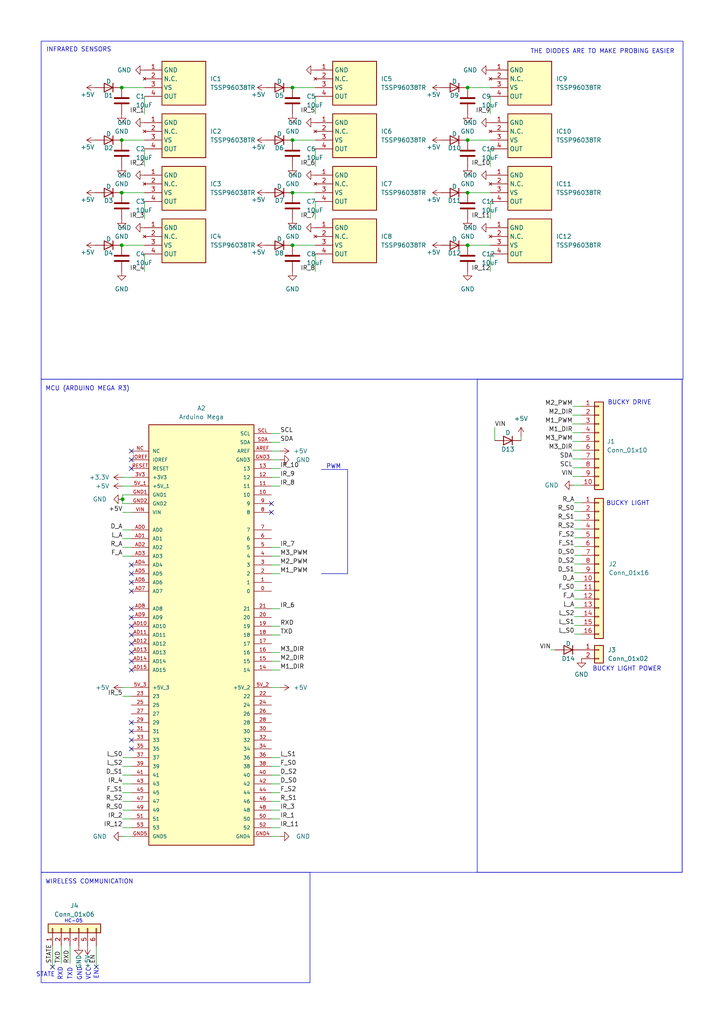
<source format=kicad_sch>
(kicad_sch (version 20231120) (generator "eeschema") (generator_version "8.0")
  (paper "A4" portrait)
  (title_block (title "BUCKY MAIN") (date "2024-05-07") (rev "V1") (company "koen1711"))
  (junction (at 35.306 25.4))
  (junction (at 84.836 71.12))
  (junction (at 135.636 71.12))
  (junction (at 35.306 55.88))
  (junction (at 35.306 40.64))
  (junction (at 84.836 40.64))
  (junction (at 84.836 55.88))
  (junction (at 35.306 71.12))
  (junction (at 135.636 40.64))
  (junction (at 135.636 25.4))
  (junction (at 35.56 144.78))
  (junction (at 84.836 25.4))
  (junction (at 135.636 55.88))
  (no_connect (at 38.1 214.63))
  (no_connect (at 38.1 166.37))
  (no_connect (at 38.1 217.17))
  (no_connect (at 38.1 176.53))
  (no_connect (at 78.74 146.05))
  (no_connect (at 38.1 179.07))
  (no_connect (at 38.1 209.55))
  (no_connect (at 38.1 194.31))
  (no_connect (at 78.74 148.59))
  (no_connect (at 38.1 133.35))
  (no_connect (at 38.1 171.45))
  (no_connect (at 38.1 168.91))
  (no_connect (at 27.94 280.416))
  (no_connect (at 38.1 130.81))
  (no_connect (at 38.1 184.15))
  (no_connect (at 38.1 135.89))
  (no_connect (at 38.1 163.83))
  (no_connect (at 38.1 212.09))
  (no_connect (at 38.1 181.61))
  (no_connect (at 38.1 186.69))
  (no_connect (at 38.1 191.77))
  (no_connect (at 38.1 189.23))
  (no_connect (at 15.24 280.416))
  (wire (pts (xy 35.56 153.67) (xy 38.1 153.67)))
  (wire (pts (xy 35.306 71.12) (xy 41.91 71.12)))
  (wire (pts (xy 91.44 58.42) (xy 91.44 63.5)))
  (wire (pts (xy 35.306 25.4) (xy 41.91 25.4)))
  (wire (pts (xy 166.116 138.176) (xy 168.656 138.176)))
  (wire (pts (xy 78.74 237.49) (xy 81.28 237.49)))
  (wire (pts (xy 84.836 55.88) (xy 91.44 55.88)))
  (wire (pts (xy 166.116 133.096) (xy 168.656 133.096)))
  (wire (pts (xy 38.1 232.41) (xy 35.56 232.41)))
  (wire (pts (xy 35.56 158.75) (xy 38.1 158.75)))
  (wire (pts (xy 78.74 232.41) (xy 81.28 232.41)))
  (wire (pts (xy 78.74 140.97) (xy 81.28 140.97)))
  (wire (pts (xy 142.24 43.18) (xy 142.24 48.26)))
  (wire (pts (xy 135.636 55.88) (xy 142.24 55.88)))
  (wire (pts (xy 78.74 176.53) (xy 81.28 176.53)))
  (wire (pts (xy 78.74 199.39) (xy 81.28 199.39)))
  (wire (pts (xy 27.94 274.32) (xy 27.94 280.416)))
  (wire (pts (xy 142.24 58.42) (xy 142.24 63.5)))
  (wire (pts (xy 91.44 43.18) (xy 91.44 48.26)))
  (wire (pts (xy 166.116 130.556) (xy 168.656 130.556)))
  (wire (pts (xy 38.1 234.95) (xy 35.56 234.95)))
  (wire (pts (xy 15.24 274.32) (xy 15.24 280.416)))
  (wire (pts (xy 38.1 201.93) (xy 35.56 201.93)))
  (wire (pts (xy 38.1 240.03) (xy 35.56 240.03)))
  (wire (pts (xy 35.56 146.05) (xy 38.1 146.05)))
  (polyline (pts (xy 100.838 136.144) (xy 100.838 166.37)))
  (wire (pts (xy 78.74 222.25) (xy 81.28 222.25)))
  (polyline (pts (xy 100.838 166.37) (xy 93.218 166.37)))
  (wire (pts (xy 78.74 128.27) (xy 81.28 128.27)))
  (wire (pts (xy 151.13 126.492) (xy 151.13 127.762)))
  (wire (pts (xy 78.74 191.77) (xy 81.28 191.77)))
  (wire (pts (xy 143.51 123.952) (xy 143.51 127.762)))
  (wire (pts (xy 166.37 140.716) (xy 168.656 140.716)))
  (wire (pts (xy 166.116 120.396) (xy 168.656 120.396)))
  (wire (pts (xy 159.766 188.468) (xy 161.036 188.468)))
  (wire (pts (xy 78.74 224.79) (xy 81.28 224.79)))
  (wire (pts (xy 168.656 173.736) (xy 166.624 173.736)))
  (wire (pts (xy 38.1 229.87) (xy 35.56 229.87)))
  (wire (pts (xy 135.636 71.12) (xy 142.24 71.12)))
  (wire (pts (xy 78.74 125.73) (xy 81.28 125.73)))
  (wire (pts (xy 78.74 219.71) (xy 81.28 219.71)))
  (wire (pts (xy 168.656 161.036) (xy 166.624 161.036)))
  (wire (pts (xy 78.74 194.31) (xy 81.28 194.31)))
  (wire (pts (xy 91.44 73.66) (xy 91.44 78.74)))
  (wire (pts (xy 35.56 148.59) (xy 38.1 148.59)))
  (wire (pts (xy 35.306 55.88) (xy 41.91 55.88)))
  (wire (pts (xy 35.56 144.78) (xy 35.56 146.05)))
  (wire (pts (xy 81.28 166.37) (xy 78.74 166.37)))
  (wire (pts (xy 168.656 163.576) (xy 166.624 163.576)))
  (wire (pts (xy 168.656 153.416) (xy 166.624 153.416)))
  (wire (pts (xy 78.74 138.43) (xy 81.28 138.43)))
  (wire (pts (xy 38.1 199.39) (xy 35.56 199.39)))
  (wire (pts (xy 78.74 240.03) (xy 81.28 240.03)))
  (wire (pts (xy 41.91 73.66) (xy 41.91 78.74)))
  (wire (pts (xy 168.656 168.656) (xy 166.624 168.656)))
  (wire (pts (xy 35.56 143.51) (xy 35.56 144.78)))
  (wire (pts (xy 168.656 176.276) (xy 166.624 176.276)))
  (wire (pts (xy 35.56 242.57) (xy 38.1 242.57)))
  (wire (pts (xy 84.836 40.64) (xy 91.44 40.64)))
  (wire (pts (xy 20.32 274.32) (xy 20.32 279.4)))
  (wire (pts (xy 38.1 138.43) (xy 35.56 138.43)))
  (wire (pts (xy 78.74 227.33) (xy 81.28 227.33)))
  (wire (pts (xy 168.656 178.816) (xy 166.624 178.816)))
  (wire (pts (xy 166.116 128.016) (xy 168.656 128.016)))
  (wire (pts (xy 168.656 183.896) (xy 166.624 183.896)))
  (wire (pts (xy 168.656 181.356) (xy 166.624 181.356)))
  (wire (pts (xy 78.74 181.61) (xy 81.28 181.61)))
  (wire (pts (xy 38.1 219.71) (xy 35.56 219.71)))
  (wire (pts (xy 142.24 73.66) (xy 142.24 78.74)))
  (wire (pts (xy 78.74 189.23) (xy 81.28 189.23)))
  (wire (pts (xy 38.1 227.33) (xy 35.56 227.33)))
  (wire (pts (xy 166.116 135.636) (xy 168.656 135.636)))
  (wire (pts (xy 41.91 27.94) (xy 41.91 33.02)))
  (wire (pts (xy 38.1 237.49) (xy 35.56 237.49)))
  (wire (pts (xy 166.624 148.336) (xy 168.656 148.336)))
  (wire (pts (xy 78.74 135.89) (xy 81.28 135.89)))
  (wire (pts (xy 78.74 158.75) (xy 81.28 158.75)))
  (wire (pts (xy 142.24 27.94) (xy 142.24 33.02)))
  (wire (pts (xy 166.116 125.476) (xy 168.656 125.476)))
  (wire (pts (xy 78.74 229.87) (xy 81.28 229.87)))
  (wire (pts (xy 35.56 143.51) (xy 38.1 143.51)))
  (wire (pts (xy 168.656 171.196) (xy 166.624 171.196)))
  (wire (pts (xy 41.91 58.42) (xy 41.91 63.5)))
  (wire (pts (xy 78.74 234.95) (xy 81.28 234.95)))
  (wire (pts (xy 38.1 224.79) (xy 35.56 224.79)))
  (wire (pts (xy 91.44 27.94) (xy 91.44 33.02)))
  (wire (pts (xy 17.78 274.32) (xy 17.78 279.4)))
  (wire (pts (xy 166.624 145.796) (xy 168.656 145.796)))
  (wire (pts (xy 78.74 184.15) (xy 81.28 184.15)))
  (wire (pts (xy 81.28 163.83) (xy 78.74 163.83)))
  (wire (pts (xy 35.306 40.64) (xy 41.91 40.64)))
  (wire (pts (xy 135.636 25.4) (xy 142.24 25.4)))
  (polyline (pts (xy 93.218 136.144) (xy 100.838 136.144)))
  (wire (pts (xy 41.91 43.18) (xy 41.91 48.26)))
  (wire (pts (xy 35.56 161.29) (xy 38.1 161.29)))
  (wire (pts (xy 84.836 71.12) (xy 91.44 71.12)))
  (wire (pts (xy 166.116 122.936) (xy 168.656 122.936)))
  (wire (pts (xy 84.836 25.4) (xy 91.44 25.4)))
  (wire (pts (xy 135.636 40.64) (xy 142.24 40.64)))
  (wire (pts (xy 81.28 242.57) (xy 78.74 242.57)))
  (wire (pts (xy 81.28 133.35) (xy 78.74 133.35)))
  (wire (pts (xy 38.1 140.97) (xy 35.56 140.97)))
  (wire (pts (xy 78.74 130.81) (xy 81.28 130.81)))
  (wire (pts (xy 81.28 161.29) (xy 78.74 161.29)))
  (wire (pts (xy 168.656 155.956) (xy 166.624 155.956)))
  (wire (pts (xy 168.656 158.496) (xy 166.624 158.496)))
  (wire (pts (xy 166.116 117.856) (xy 168.656 117.856)))
  (wire (pts (xy 35.56 156.21) (xy 38.1 156.21)))
  (wire (pts (xy 166.624 150.876) (xy 168.656 150.876)))
  (wire (pts (xy 168.656 166.116) (xy 166.624 166.116)))
  (wire (pts (xy 38.1 222.25) (xy 35.56 222.25)))
  (rectangle (start 11.938 11.938) (end 198.12 109.982))
  (rectangle (start 138.43 109.982) (end 197.866 252.984))
  (rectangle (start 11.938 109.982) (end 197.866 252.984))
  (rectangle (start 11.938 252.984) (end 89.916 284.988))
  (text "HC-05\n" (at 21.336 267.208 0) (effects (font (size 1 1))))
  (text "VCC\n" (at 25.654 282.448 90) (effects (font (size 1.27 1.27))))
  (text "TXD\n" (at 20.32 282.448 90) (effects (font (size 1.27 1.27))))
  (text "EN\n" (at 27.94 282.702 90) (effects (font (size 1.27 1.27))))
  (text "BUCKY LIGHT POWER\n\n" (at 181.864 195.072 0) (effects (font (size 1.27 1.27))))
  (text "WIRELESS COMMUNICATION" (at 25.908 255.778 0) (effects (font (size 1.27 1.27))))
  (text "STATE" (at 13.208 282.702 0) (effects (font (size 1.27 1.27))))
  (text "THE DIODES ARE TO MAKE PROBING EASIER\n" (at 174.752 14.986 0) (effects (font (size 1.27 1.27))))
  (text "BUCKY DRIVE\n\n" (at 182.626 117.856 0) (effects (font (size 1.27 1.27))))
  (text "PWM\n" (at 96.774 135.382 0) (effects (font (size 1.27 1.27))))
  (text "BUCKY LIGHT\n" (at 182.118 146.05 0) (effects (font (size 1.27 1.27))))
  (text "RXD\n" (at 17.526 282.448 90) (effects (font (size 1.27 1.27))))
  (text "GND" (at 23.114 282.448 90) (effects (font (size 1.27 1.27))))
  (text "INFRARED SENSORS\n" (at 22.86 14.478 0) (effects (font (size 1.27 1.27))))
  (text "MCU (ARDUINO MEGA R3)\n" (at 25.4 112.776 0) (effects (font (size 1.27 1.27))))
  (label "R_A" (at 166.624 145.796 180))
  (label "L_S2" (at 166.624 178.816 180))
  (label "+5V" (at 35.56 148.59 180))
  (label "EN" (at 27.94 279.4 90))
  (label "L_S0" (at 35.56 219.71 180))
  (label "IR_12" (at 35.56 240.03 180))
  (label "R_S2" (at 166.624 153.416 180))
  (label "IR_9" (at 142.24 33.02 180))
  (label "D_A" (at 35.56 153.67 180))
  (label "R_S2" (at 35.56 232.41 180))
  (label "SCL" (at 81.28 125.73 0))
  (label "IR_8" (at 81.28 140.97 0))
  (label "IR_3" (at 41.91 63.5 180))
  (label "M1_PWM" (at 166.116 122.936 180))
  (label "L_A" (at 166.624 176.276 180))
  (label "F_S1" (at 166.624 158.496 180))
  (label "F_A" (at 35.56 161.29 180))
  (label "IR_5" (at 35.56 201.93 180))
  (label "M2_PWM" (at 81.28 163.83 0))
  (label "IR_4" (at 35.56 227.33 180))
  (label "L_S0" (at 166.624 183.896 180))
  (label "L_S2" (at 35.56 222.25 180))
  (label "IR_6" (at 81.28 176.53 0))
  (label "IR_1" (at 41.91 33.02 180))
  (label "IR_11" (at 81.28 240.03 0))
  (label "M3_PWM" (at 166.116 128.016 180))
  (label "M1_PWM" (at 81.28 166.37 0))
  (label "F_S2" (at 166.624 155.956 180))
  (label "M3_DIR" (at 166.116 130.556 180))
  (label "D_A" (at 166.624 168.656 180))
  (label "L_S1" (at 166.624 181.356 180))
  (label "R_S0" (at 166.624 148.336 180))
  (label "IR_10" (at 142.24 48.26 180))
  (label "D_S2" (at 166.624 163.576 180))
  (label "VIN" (at 159.766 188.468 180))
  (label "SDA" (at 166.116 133.096 180))
  (label "IR_5" (at 91.44 33.02 180))
  (label "D_S0" (at 166.624 161.036 180))
  (label "M1_DIR" (at 166.116 125.476 180))
  (label "M3_PWM" (at 81.28 161.29 0))
  (label "M2_DIR" (at 166.116 120.396 180))
  (label "M2_PWM" (at 166.116 117.856 180))
  (label "M3_DIR" (at 81.28 189.23 0))
  (label "RXD" (at 20.32 279.4 90))
  (label "IR_10" (at 81.28 135.89 0))
  (label "TXD" (at 81.28 184.15 0))
  (label "SCL" (at 166.116 135.636 180))
  (label "R_S1" (at 81.28 232.41 0))
  (label "F_S0" (at 166.624 171.196 180))
  (label "F_S0" (at 81.28 222.25 0))
  (label "VIN" (at 166.116 138.176 180))
  (label "L_A" (at 35.56 156.21 180))
  (label "IR_1" (at 81.28 237.49 0))
  (label "TXD" (at 17.78 279.4 90))
  (label "RXD" (at 81.28 181.61 0))
  (label "SDA" (at 81.28 128.27 0))
  (label "M2_DIR" (at 81.28 191.77 0))
  (label "R_S0" (at 35.56 234.95 180))
  (label "IR_9" (at 81.28 138.43 0))
  (label "IR_6" (at 91.44 48.26 180))
  (label "STATE" (at 15.24 279.4 90))
  (label "L_S1" (at 81.28 219.71 0))
  (label "D_S0" (at 81.28 227.33 0))
  (label "IR_7" (at 81.28 158.75 0))
  (label "IR_2" (at 41.91 48.26 180))
  (label "IR_2" (at 35.56 237.49 180))
  (label "F_A" (at 166.624 173.736 180))
  (label "R_A" (at 35.56 158.75 180))
  (label "D_S2" (at 81.28 224.79 0))
  (label "IR_4" (at 41.91 78.74 180))
  (label "R_S1" (at 166.624 150.876 180))
  (label "IR_7" (at 91.44 63.5 180))
  (label "IR_8" (at 91.44 78.74 180))
  (label "F_S1" (at 35.56 229.87 180))
  (label "IR_12" (at 142.24 78.74 180))
  (label "D_S1" (at 166.624 166.116 180))
  (label "IR_3" (at 81.28 234.95 0))
  (label "IR_11" (at 142.24 63.5 180))
  (label "D_S1" (at 35.56 224.79 180))
  (label "F_S2" (at 81.28 229.87 0))
  (label "VIN" (at 143.51 123.952 0))
  (label "M1_DIR" (at 81.28 194.31 0))
  (symbol (lib_name "GND_3") (lib_id "power:GND") (at 166.37 140.716 270) (unit 1)
    (property "Reference" "#PWR030" (effects (hide yes)))
    (property "Value" "GND" (at 162.052 140.7159 90) (effects (justify right)))
    (property "Description" "Power symbol creates a global label with name \"GND\" , ground" (effects (hide yes)))
  )
  (symbol (lib_id "BUCKY_MAIN:TSSP96038TR") (at 41.91 50.8 0) (unit 1)
    (property "Reference" "IC3" (at 60.96 53.3399 0) (effects (justify left)))
    (property "Value" "TSSP96038TR" (at 60.96 55.8799 0) (effects (justify left)))
    (property "Footprint" "BUCKY_MAIN:TSSP96038" (effects (hide yes)))
    (property "Datasheet" "https://www.mouser.co.uk/datasheet/2/427/tssp960-1605022.pdf" (effects (hide yes)))
    (property "Description" "Infrared Receivers PANHEAD - 38KHZ - CYLENE" (effects (hide yes)))
    (property "Height" "4" (effects (hide yes)))
    (property "Mouser Part Number" "78-TSSP96038TR" (effects (hide yes)))
    (property "Mouser Price/Stock" "https://www.mouser.co.uk/ProductDetail/Vishay-Semiconductors/TSSP96038TR?qs=PzGy0jfpSMukZE3y3LySFw%3D%3D" (effects (hide yes)))
    (property "Manufacturer_Name" "Vishay" (effects (hide yes)))
    (property "Manufacturer_Part_Number" "TSSP96038TR" (effects (hide yes)))
  )
  (symbol (lib_id "power:GND") (at 35.306 63.5 0) (unit 1)
    (property "Reference" "#PWR041" (effects (hide yes)))
    (property "Value" "GND" (at 35.306 68.58 0))
    (property "Description" "Power symbol creates a global label with name \"GND\" , ground" (effects (hide yes)))
  )
  (symbol (lib_id "Device:C") (at 84.836 74.93 180) (unit 1)
    (property "Reference" "C8" (at 88.9 73.6599 0) (effects (justify right)))
    (property "Value" "10uF" (at 88.9 76.1999 0) (effects (justify right)))
    (property "Footprint" "Capacitor_SMD:C_0603_1608Metric" (effects (hide yes)))
    (property "Description" "Unpolarized capacitor" (effects (hide yes)))
  )
  (symbol (lib_name "GND_2") (lib_id "power:GND") (at 81.28 242.57 90) (unit 1)
    (property "Reference" "#PWR029" (effects (hide yes)))
    (property "Value" "GND" (at 85.852 242.5699 90) (effects (justify right)))
    (property "Description" "Power symbol creates a global label with name \"GND\" , ground" (effects (hide yes)))
  )
  (symbol (lib_id "BUCKY_MAIN:TSSP96038TR") (at 41.91 66.04 0) (unit 1)
    (property "Reference" "IC4" (at 60.96 68.5799 0) (effects (justify left)))
    (property "Value" "TSSP96038TR" (at 60.96 71.1199 0) (effects (justify left)))
    (property "Footprint" "BUCKY_MAIN:TSSP96038" (effects (hide yes)))
    (property "Datasheet" "https://www.mouser.co.uk/datasheet/2/427/tssp960-1605022.pdf" (effects (hide yes)))
    (property "Description" "Infrared Receivers PANHEAD - 38KHZ - CYLENE" (effects (hide yes)))
    (property "Height" "4" (effects (hide yes)))
    (property "Mouser Part Number" "78-TSSP96038TR" (effects (hide yes)))
    (property "Mouser Price/Stock" "https://www.mouser.co.uk/ProductDetail/Vishay-Semiconductors/TSSP96038TR?qs=PzGy0jfpSMukZE3y3LySFw%3D%3D" (effects (hide yes)))
    (property "Manufacturer_Name" "Vishay" (effects (hide yes)))
    (property "Manufacturer_Part_Number" "TSSP96038TR" (effects (hide yes)))
  )
  (symbol (lib_name "GND_1") (lib_id "power:GND") (at 91.44 66.04 270) (unit 1)
    (property "Reference" "#PWR07" (effects (hide yes)))
    (property "Value" "GND" (at 87.63 66.0399 90) (effects (justify right)))
    (property "Description" "Power symbol creates a global label with name \"GND\" , ground" (effects (hide yes)))
  )
  (symbol (lib_id "Device:C") (at 135.636 44.45 180) (unit 1)
    (property "Reference" "C10" (at 139.7 43.1799 0) (effects (justify right)))
    (property "Value" "10uF" (at 139.7 45.7199 0) (effects (justify right)))
    (property "Footprint" "Capacitor_SMD:C_0603_1608Metric" (effects (hide yes)))
    (property "Description" "Unpolarized capacitor" (effects (hide yes)))
  )
  (symbol (lib_name "+5V_1") (lib_id "power:+5V") (at 27.686 25.4 90) (unit 1)
    (property "Reference" "#PWR013" (effects (hide yes)))
    (property "Value" "+5V" (at 27.432 27.432 90) (effects (justify left)))
    (property "Description" "Power symbol creates a global label with name \"+5V\"" (effects (hide yes)))
  )
  (symbol (lib_name "GND_1") (lib_id "power:GND") (at 41.91 66.04 270) (unit 1)
    (property "Reference" "#PWR015" (effects (hide yes)))
    (property "Value" "GND" (at 38.1 66.0399 90) (effects (justify right)))
    (property "Description" "Power symbol creates a global label with name \"GND\" , ground" (effects (hide yes)))
  )
  (symbol (lib_id "Connector_Generic:Conn_01x10") (at 173.736 128.016 0) (unit 1)
    (property "Reference" "J1" (at 176.022 128.0159 0) (effects (justify left)))
    (property "Value" "Conn_01x10" (at 176.022 130.5559 0) (effects (justify left)))
    (property "Footprint" "BUCKY_MAIN:CONN10_S10B-PH_JST" (effects (hide yes)))
    (property "Datasheet" "https://www.digikey.nl/nl/products/detail/jst-sales-america-inc/S10B-PH-SM4-TB/926663" (effects (hide yes)))
    (property "Description" "Generic connector, single row, 01x10, script generated (kicad-library-utils/schlib/autogen/connector/)" (effects (hide yes)))
  )
  (symbol (lib_name "+5V_1") (lib_id "power:+5V") (at 27.686 40.64 90) (unit 1)
    (property "Reference" "#PWR016" (effects (hide yes)))
    (property "Value" "+5V" (at 27.432 42.672 90) (effects (justify left)))
    (property "Description" "Power symbol creates a global label with name \"+5V\"" (effects (hide yes)))
  )
  (symbol (lib_name "+3.3V_1") (lib_id "power:+3.3V") (at 35.56 138.43 90) (unit 1)
    (property "Reference" "#PWR01" (effects (hide yes)))
    (property "Value" "+3.3V" (at 31.75 138.4299 90) (effects (justify left)))
    (property "Description" "Power symbol creates a global label with name \"+3.3V\"" (effects (hide yes)))
  )
  (symbol (lib_name "+5V_1") (lib_id "power:+5V") (at 77.216 55.88 90) (unit 1)
    (property "Reference" "#PWR021" (effects (hide yes)))
    (property "Value" "+5V" (at 76.962 57.912 90) (effects (justify left)))
    (property "Description" "Power symbol creates a global label with name \"+5V\"" (effects (hide yes)))
  )
  (symbol (lib_id "power:GND") (at 135.636 78.74 0) (unit 1)
    (property "Reference" "#PWR024" (effects (hide yes)))
    (property "Value" "GND" (at 135.636 83.82 0))
    (property "Description" "Power symbol creates a global label with name \"GND\" , ground" (effects (hide yes)))
  )
  (symbol (lib_id "Device:C") (at 35.306 44.45 180) (unit 1)
    (property "Reference" "C2" (at 39.37 43.1799 0) (effects (justify right)))
    (property "Value" "10uF" (at 39.37 45.7199 0) (effects (justify right)))
    (property "Footprint" "Capacitor_SMD:C_0603_1608Metric" (effects (hide yes)))
    (property "Description" "Unpolarized capacitor" (effects (hide yes)))
  )
  (symbol (lib_id "Device:D") (at 131.826 55.88 180) (unit 1)
    (property "Reference" "D11" (at 131.826 58.166 0))
    (property "Value" "D" (at 131.826 54.102 0))
    (property "Footprint" "Diode_SMD:D_0603_1608Metric" (effects (hide yes)))
    (property "Description" "Diode" (effects (hide yes)))
    (property "Sim.Device" "D" (effects (hide yes)))
    (property "Sim.Pins" "1=K 2=A" (effects (hide yes)))
  )
  (symbol (lib_id "Device:D") (at 31.496 40.64 180) (unit 1)
    (property "Reference" "D2" (at 31.496 42.926 0))
    (property "Value" "D" (at 31.496 38.862 0))
    (property "Footprint" "Diode_SMD:D_0603_1608Metric" (effects (hide yes)))
    (property "Description" "Diode" (effects (hide yes)))
    (property "Sim.Device" "D" (effects (hide yes)))
    (property "Sim.Pins" "1=K 2=A" (effects (hide yes)))
  )
  (symbol (lib_name "+5V_1") (lib_id "power:+5V") (at 77.216 40.64 90) (unit 1)
    (property "Reference" "#PWR020" (effects (hide yes)))
    (property "Value" "+5V" (at 76.962 42.672 90) (effects (justify left)))
    (property "Description" "Power symbol creates a global label with name \"+5V\"" (effects (hide yes)))
  )
  (symbol (lib_id "BUCKY_MAIN:TSSP96038TR") (at 91.44 35.56 0) (unit 1)
    (property "Reference" "IC6" (at 110.49 38.0999 0) (effects (justify left)))
    (property "Value" "TSSP96038TR" (at 110.49 40.6399 0) (effects (justify left)))
    (property "Footprint" "BUCKY_MAIN:TSSP96038" (effects (hide yes)))
    (property "Datasheet" "https://www.mouser.co.uk/datasheet/2/427/tssp960-1605022.pdf" (effects (hide yes)))
    (property "Description" "Infrared Receivers PANHEAD - 38KHZ - CYLENE" (effects (hide yes)))
    (property "Height" "4" (effects (hide yes)))
    (property "Mouser Part Number" "78-TSSP96038TR" (effects (hide yes)))
    (property "Mouser Price/Stock" "https://www.mouser.co.uk/ProductDetail/Vishay-Semiconductors/TSSP96038TR?qs=PzGy0jfpSMukZE3y3LySFw%3D%3D" (effects (hide yes)))
    (property "Manufacturer_Name" "Vishay" (effects (hide yes)))
    (property "Manufacturer_Part_Number" "TSSP96038TR" (effects (hide yes)))
  )
  (symbol (lib_id "power:+5V") (at 25.4 274.32 180) (unit 1)
    (property "Reference" "#PWR045" (effects (hide yes)))
    (property "Value" "+5V" (at 25.4 278.892 90))
    (property "Description" "Power symbol creates a global label with name \"+5V\"" (effects (hide yes)))
  )
  (symbol (lib_id "Device:C") (at 84.836 44.45 180) (unit 1)
    (property "Reference" "C6" (at 88.9 43.1799 0) (effects (justify right)))
    (property "Value" "10uF" (at 88.9 45.7199 0) (effects (justify right)))
    (property "Footprint" "Capacitor_SMD:C_0603_1608Metric" (effects (hide yes)))
    (property "Description" "Unpolarized capacitor" (effects (hide yes)))
  )
  (symbol (lib_id "BUCKY_MAIN:TSSP96038TR") (at 142.24 50.8 0) (unit 1)
    (property "Reference" "IC11" (at 161.29 53.3399 0) (effects (justify left)))
    (property "Value" "TSSP96038TR" (at 161.29 55.8799 0) (effects (justify left)))
    (property "Footprint" "BUCKY_MAIN:TSSP96038" (effects (hide yes)))
    (property "Datasheet" "https://www.mouser.co.uk/datasheet/2/427/tssp960-1605022.pdf" (effects (hide yes)))
    (property "Description" "Infrared Receivers PANHEAD - 38KHZ - CYLENE" (effects (hide yes)))
    (property "Height" "4" (effects (hide yes)))
    (property "Mouser Part Number" "78-TSSP96038TR" (effects (hide yes)))
    (property "Mouser Price/Stock" "https://www.mouser.co.uk/ProductDetail/Vishay-Semiconductors/TSSP96038TR?qs=PzGy0jfpSMukZE3y3LySFw%3D%3D" (effects (hide yes)))
    (property "Manufacturer_Name" "Vishay" (effects (hide yes)))
    (property "Manufacturer_Part_Number" "TSSP96038TR" (effects (hide yes)))
  )
  (symbol (lib_id "BUCKY_MAIN:TSSP96038TR") (at 142.24 20.32 0) (unit 1)
    (property "Reference" "IC9" (at 161.29 22.8599 0) (effects (justify left)))
    (property "Value" "TSSP96038TR" (at 161.29 25.3999 0) (effects (justify left)))
    (property "Footprint" "BUCKY_MAIN:TSSP96038" (effects (hide yes)))
    (property "Datasheet" "https://www.mouser.co.uk/datasheet/2/427/tssp960-1605022.pdf" (effects (hide yes)))
    (property "Description" "Infrared Receivers PANHEAD - 38KHZ - CYLENE" (effects (hide yes)))
    (property "Height" "4" (effects (hide yes)))
    (property "Mouser Part Number" "78-TSSP96038TR" (effects (hide yes)))
    (property "Mouser Price/Stock" "https://www.mouser.co.uk/ProductDetail/Vishay-Semiconductors/TSSP96038TR?qs=PzGy0jfpSMukZE3y3LySFw%3D%3D" (effects (hide yes)))
    (property "Manufacturer_Name" "Vishay" (effects (hide yes)))
    (property "Manufacturer_Part_Number" "TSSP96038TR" (effects (hide yes)))
  )
  (symbol (lib_id "Device:C") (at 84.836 29.21 180) (unit 1)
    (property "Reference" "C5" (at 88.9 27.9399 0) (effects (justify right)))
    (property "Value" "10uF" (at 88.9 30.4799 0) (effects (justify right)))
    (property "Footprint" "Capacitor_SMD:C_0603_1608Metric" (effects (hide yes)))
    (property "Description" "Unpolarized capacitor" (effects (hide yes)))
  )
  (symbol (lib_id "power:GND") (at 84.836 33.02 0) (unit 1)
    (property "Reference" "#PWR035" (effects (hide yes)))
    (property "Value" "GND" (at 84.836 38.1 0))
    (property "Description" "Power symbol creates a global label with name \"GND\" , ground" (effects (hide yes)))
  )
  (symbol (lib_name "+5V_1") (lib_id "power:+5V") (at 77.216 25.4 90) (unit 1)
    (property "Reference" "#PWR019" (effects (hide yes)))
    (property "Value" "+5V" (at 76.962 27.432 90) (effects (justify left)))
    (property "Description" "Power symbol creates a global label with name \"+5V\"" (effects (hide yes)))
  )
  (symbol (lib_name "GND_2") (lib_id "power:GND") (at 35.56 242.57 270) (unit 1)
    (property "Reference" "#PWR046" (effects (hide yes)))
    (property "Value" "GND" (at 30.988 242.5701 90) (effects (justify right)))
    (property "Description" "Power symbol creates a global label with name \"GND\" , ground" (effects (hide yes)))
  )
  (symbol (lib_id "Device:D") (at 81.026 55.88 180) (unit 1)
    (property "Reference" "D7" (at 81.026 58.166 0))
    (property "Value" "D" (at 81.026 54.102 0))
    (property "Footprint" "Diode_SMD:D_0603_1608Metric" (effects (hide yes)))
    (property "Description" "Diode" (effects (hide yes)))
    (property "Sim.Device" "D" (effects (hide yes)))
    (property "Sim.Pins" "1=K 2=A" (effects (hide yes)))
  )
  (symbol (lib_id "Device:D") (at 31.496 25.4 180) (unit 1)
    (property "Reference" "D1" (at 31.496 27.686 0))
    (property "Value" "D" (at 31.496 23.622 0))
    (property "Footprint" "Diode_SMD:D_0603_1608Metric" (effects (hide yes)))
    (property "Description" "Diode" (effects (hide yes)))
    (property "Sim.Device" "D" (effects (hide yes)))
    (property "Sim.Pins" "1=K 2=A" (effects (hide yes)))
  )
  (symbol (lib_id "power:GND") (at 35.306 48.26 0) (unit 1)
    (property "Reference" "#PWR017" (effects (hide yes)))
    (property "Value" "GND" (at 35.306 53.34 0))
    (property "Description" "Power symbol creates a global label with name \"GND\" , ground" (effects (hide yes)))
  )
  (symbol (lib_id "Device:D") (at 131.826 25.4 180) (unit 1)
    (property "Reference" "D9" (at 131.826 27.686 0))
    (property "Value" "D" (at 131.826 23.622 0))
    (property "Footprint" "Diode_SMD:D_0603_1608Metric" (effects (hide yes)))
    (property "Description" "Diode" (effects (hide yes)))
    (property "Sim.Device" "D" (effects (hide yes)))
    (property "Sim.Pins" "1=K 2=A" (effects (hide yes)))
  )
  (symbol (lib_id "Device:D") (at 31.496 71.12 180) (unit 1)
    (property "Reference" "D4" (at 31.496 73.406 0))
    (property "Value" "D" (at 31.496 69.342 0))
    (property "Footprint" "Diode_SMD:D_0603_1608Metric" (effects (hide yes)))
    (property "Description" "Diode" (effects (hide yes)))
    (property "Sim.Device" "D" (effects (hide yes)))
    (property "Sim.Pins" "1=K 2=A" (effects (hide yes)))
  )
  (symbol (lib_id "Device:D") (at 131.826 71.12 180) (unit 1)
    (property "Reference" "D12" (at 131.826 73.406 0))
    (property "Value" "D" (at 131.826 69.342 0))
    (property "Footprint" "Diode_SMD:D_0603_1608Metric" (effects (hide yes)))
    (property "Description" "Diode" (effects (hide yes)))
    (property "Sim.Device" "D" (effects (hide yes)))
    (property "Sim.Pins" "1=K 2=A" (effects (hide yes)))
  )
  (symbol (lib_id "Device:D") (at 131.826 40.64 180) (unit 1)
    (property "Reference" "D10" (at 131.826 42.926 0))
    (property "Value" "D" (at 131.826 38.862 0))
    (property "Footprint" "Diode_SMD:D_0603_1608Metric" (effects (hide yes)))
    (property "Description" "Diode" (effects (hide yes)))
    (property "Sim.Device" "D" (effects (hide yes)))
    (property "Sim.Pins" "1=K 2=A" (effects (hide yes)))
  )
  (symbol (lib_id "Device:D") (at 81.026 40.64 180) (unit 1)
    (property "Reference" "D6" (at 81.026 42.926 0))
    (property "Value" "D" (at 81.026 38.862 0))
    (property "Footprint" "Diode_SMD:D_0603_1608Metric" (effects (hide yes)))
    (property "Description" "Diode" (effects (hide yes)))
    (property "Sim.Device" "D" (effects (hide yes)))
    (property "Sim.Pins" "1=K 2=A" (effects (hide yes)))
  )
  (symbol (lib_id "BUCKY_MAIN:TSSP96038TR") (at 91.44 66.04 0) (unit 1)
    (property "Reference" "IC8" (at 110.49 68.5799 0) (effects (justify left)))
    (property "Value" "TSSP96038TR" (at 110.49 71.1199 0) (effects (justify left)))
    (property "Footprint" "BUCKY_MAIN:TSSP96038" (effects (hide yes)))
    (property "Datasheet" "https://www.mouser.co.uk/datasheet/2/427/tssp960-1605022.pdf" (effects (hide yes)))
    (property "Description" "Infrared Receivers PANHEAD - 38KHZ - CYLENE" (effects (hide yes)))
    (property "Height" "4" (effects (hide yes)))
    (property "Mouser Part Number" "78-TSSP96038TR" (effects (hide yes)))
    (property "Mouser Price/Stock" "https://www.mouser.co.uk/ProductDetail/Vishay-Semiconductors/TSSP96038TR?qs=PzGy0jfpSMukZE3y3LySFw%3D%3D" (effects (hide yes)))
    (property "Manufacturer_Name" "Vishay" (effects (hide yes)))
    (property "Manufacturer_Part_Number" "TSSP96038TR" (effects (hide yes)))
  )
  (symbol (lib_id "Connector_Generic:Conn_01x06") (at 20.32 269.24 90) (unit 1)
    (property "Reference" "J4" (at 21.59 262.636 90))
    (property "Value" "Conn_01x06" (at 21.59 265.176 90))
    (property "Footprint" "Connector_PinHeader_2.54mm:PinHeader_1x06_P2.54mm_Horizontal" (effects (hide yes)))
    (property "Description" "Generic connector, single row, 01x06, script generated (kicad-library-utils/schlib/autogen/connector/)" (effects (hide yes)))
  )
  (symbol (lib_id "Connector_Generic:Conn_01x02") (at 173.736 188.468 0) (unit 1)
    (property "Reference" "J3" (at 176.276 188.4679 0) (effects (justify left)))
    (property "Value" "Conn_01x02" (at 176.276 191.0079 0) (effects (justify left)))
    (property "Footprint" "BUCKY_MAIN:CONN_S2B-PH-K-S_JST" (effects (hide yes)))
    (property "Datasheet" "https://www.digikey.nl/nl/products/detail/jst-sales-america-inc/S2B-PH-K-S/926626" (effects (hide yes)))
    (property "Description" "Generic connector, single row, 01x02, script generated (kicad-library-utils/schlib/autogen/connector/)" (effects (hide yes)))
  )
  (symbol (lib_id "power:GND") (at 84.836 78.74 0) (unit 1)
    (property "Reference" "#PWR032" (effects (hide yes)))
    (property "Value" "GND" (at 84.836 83.82 0))
    (property "Description" "Power symbol creates a global label with name \"GND\" , ground" (effects (hide yes)))
  )
  (symbol (lib_name "GND_2") (lib_id "power:GND") (at 81.28 133.35 90) (unit 1)
    (property "Reference" "#PWR049" (effects (hide yes)))
    (property "Value" "GND" (at 85.852 133.3499 90) (effects (justify right)))
    (property "Description" "Power symbol creates a global label with name \"GND\" , ground" (effects (hide yes)))
  )
  (symbol (lib_id "power:GND") (at 22.86 274.32 0) (unit 1)
    (property "Reference" "#PWR044" (effects (hide yes)))
    (property "Value" "GND" (at 22.86 278.892 90))
    (property "Description" "Power symbol creates a global label with name \"GND\" , ground" (effects (hide yes)))
  )
  (symbol (lib_id "power:GND") (at 35.306 78.74 0) (unit 1)
    (property "Reference" "#PWR043" (effects (hide yes)))
    (property "Value" "GND" (at 35.306 83.82 0))
    (property "Description" "Power symbol creates a global label with name \"GND\" , ground" (effects (hide yes)))
  )
  (symbol (lib_id "Device:C") (at 135.636 74.93 180) (unit 1)
    (property "Reference" "C12" (at 139.7 73.6599 0) (effects (justify right)))
    (property "Value" "10uF" (at 139.7 76.1999 0) (effects (justify right)))
    (property "Footprint" "Capacitor_SMD:C_0603_1608Metric" (effects (hide yes)))
    (property "Description" "Unpolarized capacitor" (effects (hide yes)))
  )
  (symbol (lib_id "BUCKY_MAIN:TSSP96038TR") (at 91.44 50.8 0) (unit 1)
    (property "Reference" "IC7" (at 110.49 53.3399 0) (effects (justify left)))
    (property "Value" "TSSP96038TR" (at 110.49 55.8799 0) (effects (justify left)))
    (property "Footprint" "BUCKY_MAIN:TSSP96038" (effects (hide yes)))
    (property "Datasheet" "https://www.mouser.co.uk/datasheet/2/427/tssp960-1605022.pdf" (effects (hide yes)))
    (property "Description" "Infrared Receivers PANHEAD - 38KHZ - CYLENE" (effects (hide yes)))
    (property "Height" "4" (effects (hide yes)))
    (property "Mouser Part Number" "78-TSSP96038TR" (effects (hide yes)))
    (property "Mouser Price/Stock" "https://www.mouser.co.uk/ProductDetail/Vishay-Semiconductors/TSSP96038TR?qs=PzGy0jfpSMukZE3y3LySFw%3D%3D" (effects (hide yes)))
    (property "Manufacturer_Name" "Vishay" (effects (hide yes)))
    (property "Manufacturer_Part_Number" "TSSP96038TR" (effects (hide yes)))
  )
  (symbol (lib_name "GND_1") (lib_id "power:GND") (at 142.24 66.04 270) (unit 1)
    (property "Reference" "#PWR06" (effects (hide yes)))
    (property "Value" "GND" (at 138.43 66.0399 90) (effects (justify right)))
    (property "Description" "Power symbol creates a global label with name \"GND\" , ground" (effects (hide yes)))
  )
  (symbol (lib_id "Device:C") (at 135.636 59.69 180) (unit 1)
    (property "Reference" "C11" (at 139.7 58.4199 0) (effects (justify right)))
    (property "Value" "10uF" (at 139.7 60.9599 0) (effects (justify right)))
    (property "Footprint" "Capacitor_SMD:C_0603_1608Metric" (effects (hide yes)))
    (property "Description" "Unpolarized capacitor" (effects (hide yes)))
  )
  (symbol (lib_name "+5V_2") (lib_id "power:+5V") (at 35.56 140.97 90) (unit 1)
    (property "Reference" "#PWR050" (effects (hide yes)))
    (property "Value" "+5V" (at 31.75 140.9699 90) (effects (justify left)))
    (property "Description" "Power symbol creates a global label with name \"+5V\"" (effects (hide yes)))
  )
  (symbol (lib_id "BUCKY_MAIN:TSSP96038TR") (at 41.91 20.32 0) (unit 1)
    (property "Reference" "IC1" (at 60.96 22.8599 0) (effects (justify left)))
    (property "Value" "TSSP96038TR" (at 60.96 25.3999 0) (effects (justify left)))
    (property "Footprint" "BUCKY_MAIN:TSSP96038" (effects (hide yes)))
    (property "Datasheet" "https://www.mouser.co.uk/datasheet/2/427/tssp960-1605022.pdf" (effects (hide yes)))
    (property "Description" "Infrared Receivers PANHEAD - 38KHZ - CYLENE" (effects (hide yes)))
    (property "Height" "4" (effects (hide yes)))
    (property "Mouser Part Number" "78-TSSP96038TR" (effects (hide yes)))
    (property "Mouser Price/Stock" "https://www.mouser.co.uk/ProductDetail/Vishay-Semiconductors/TSSP96038TR?qs=PzGy0jfpSMukZE3y3LySFw%3D%3D" (effects (hide yes)))
    (property "Manufacturer_Name" "Vishay" (effects (hide yes)))
    (property "Manufacturer_Part_Number" "TSSP96038TR" (effects (hide yes)))
  )
  (symbol (lib_name "GND_1") (lib_id "power:GND") (at 41.91 35.56 270) (unit 1)
    (property "Reference" "#PWR012" (effects (hide yes)))
    (property "Value" "GND" (at 38.1 35.5599 90) (effects (justify right)))
    (property "Description" "Power symbol creates a global label with name \"GND\" , ground" (effects (hide yes)))
  )
  (symbol (lib_name "+5V_2") (lib_id "power:+5V") (at 81.28 199.39 270) (unit 1)
    (property "Reference" "#PWR027" (effects (hide yes)))
    (property "Value" "+5V" (at 85.09 199.3901 90) (effects (justify left)))
    (property "Description" "Power symbol creates a global label with name \"+5V\"" (effects (hide yes)))
  )
  (symbol (lib_id "BUCKY_MAIN:TSSP96038TR") (at 41.91 35.56 0) (unit 1)
    (property "Reference" "IC2" (at 60.96 38.0999 0) (effects (justify left)))
    (property "Value" "TSSP96038TR" (at 60.96 40.6399 0) (effects (justify left)))
    (property "Footprint" "BUCKY_MAIN:TSSP96038" (effects (hide yes)))
    (property "Datasheet" "https://www.mouser.co.uk/datasheet/2/427/tssp960-1605022.pdf" (effects (hide yes)))
    (property "Description" "Infrared Receivers PANHEAD - 38KHZ - CYLENE" (effects (hide yes)))
    (property "Height" "4" (effects (hide yes)))
    (property "Mouser Part Number" "78-TSSP96038TR" (effects (hide yes)))
    (property "Mouser Price/Stock" "https://www.mouser.co.uk/ProductDetail/Vishay-Semiconductors/TSSP96038TR?qs=PzGy0jfpSMukZE3y3LySFw%3D%3D" (effects (hide yes)))
    (property "Manufacturer_Name" "Vishay" (effects (hide yes)))
    (property "Manufacturer_Part_Number" "TSSP96038TR" (effects (hide yes)))
  )
  (symbol (lib_id "Device:D") (at 147.32 127.762 180) (unit 1)
    (property "Reference" "D13" (at 147.32 130.302 0))
    (property "Value" "D" (at 147.32 125.476 0))
    (property "Footprint" "Diode_SMD:D_0603_1608Metric" (effects (hide yes)))
    (property "Description" "Diode" (effects (hide yes)))
    (property "Sim.Device" "D" (effects (hide yes)))
    (property "Sim.Pins" "1=K 2=A" (effects (hide yes)))
  )
  (symbol (lib_name "+5V_1") (lib_id "power:+5V") (at 128.016 71.12 90) (unit 1)
    (property "Reference" "#PWR023" (effects (hide yes)))
    (property "Value" "+5V" (at 127.762 73.152 90) (effects (justify left)))
    (property "Description" "Power symbol creates a global label with name \"+5V\"" (effects (hide yes)))
  )
  (symbol (lib_id "power:GND") (at 35.306 33.02 0) (unit 1)
    (property "Reference" "#PWR040" (effects (hide yes)))
    (property "Value" "GND" (at 35.306 38.1 0))
    (property "Description" "Power symbol creates a global label with name \"GND\" , ground" (effects (hide yes)))
  )
  (symbol (lib_name "+5V_1") (lib_id "power:+5V") (at 77.216 71.12 90) (unit 1)
    (property "Reference" "#PWR022" (effects (hide yes)))
    (property "Value" "+5V" (at 76.962 73.152 90) (effects (justify left)))
    (property "Description" "Power symbol creates a global label with name \"+5V\"" (effects (hide yes)))
  )
  (symbol (lib_name "GND_2") (lib_id "power:GND") (at 35.56 144.78 270) (unit 1)
    (property "Reference" "#PWR047" (effects (hide yes)))
    (property "Value" "GND" (at 30.988 144.7801 90) (effects (justify right)))
    (property "Description" "Power symbol creates a global label with name \"GND\" , ground" (effects (hide yes)))
  )
  (symbol (lib_id "Device:C") (at 135.636 29.21 180) (unit 1)
    (property "Reference" "C9" (at 139.7 27.9399 0) (effects (justify right)))
    (property "Value" "10uF" (at 139.7 30.4799 0) (effects (justify right)))
    (property "Footprint" "Capacitor_SMD:C_0603_1608Metric" (effects (hide yes)))
    (property "Description" "Unpolarized capacitor" (effects (hide yes)))
  )
  (symbol (lib_id "power:GND") (at 135.636 48.26 0) (unit 1)
    (property "Reference" "#PWR037" (effects (hide yes)))
    (property "Value" "GND" (at 135.636 53.34 0))
    (property "Description" "Power symbol creates a global label with name \"GND\" , ground" (effects (hide yes)))
  )
  (symbol (lib_id "BUCKY_MAIN:TSSP96038TR") (at 142.24 35.56 0) (unit 1)
    (property "Reference" "IC10" (at 161.29 38.0999 0) (effects (justify left)))
    (property "Value" "TSSP96038TR" (at 161.29 40.6399 0) (effects (justify left)))
    (property "Footprint" "BUCKY_MAIN:TSSP96038" (effects (hide yes)))
    (property "Datasheet" "https://www.mouser.co.uk/datasheet/2/427/tssp960-1605022.pdf" (effects (hide yes)))
    (property "Description" "Infrared Receivers PANHEAD - 38KHZ - CYLENE" (effects (hide yes)))
    (property "Height" "4" (effects (hide yes)))
    (property "Mouser Part Number" "78-TSSP96038TR" (effects (hide yes)))
    (property "Mouser Price/Stock" "https://www.mouser.co.uk/ProductDetail/Vishay-Semiconductors/TSSP96038TR?qs=PzGy0jfpSMukZE3y3LySFw%3D%3D" (effects (hide yes)))
    (property "Manufacturer_Name" "Vishay" (effects (hide yes)))
    (property "Manufacturer_Part_Number" "TSSP96038TR" (effects (hide yes)))
  )
  (symbol (lib_id "Device:C") (at 84.836 59.69 180) (unit 1)
    (property "Reference" "C7" (at 88.9 58.4199 0) (effects (justify right)))
    (property "Value" "10uF" (at 88.9 60.9599 0) (effects (justify right)))
    (property "Footprint" "Capacitor_SMD:C_0603_1608Metric" (effects (hide yes)))
    (property "Description" "Unpolarized capacitor" (effects (hide yes)))
  )
  (symbol (lib_name "+5V_1") (lib_id "power:+5V") (at 128.016 40.64 90) (unit 1)
    (property "Reference" "#PWR036" (effects (hide yes)))
    (property "Value" "+5V" (at 127.762 42.672 90) (effects (justify left)))
    (property "Description" "Power symbol creates a global label with name \"+5V\"" (effects (hide yes)))
  )
  (symbol (lib_name "GND_1") (lib_id "power:GND") (at 91.44 35.56 270) (unit 1)
    (property "Reference" "#PWR09" (effects (hide yes)))
    (property "Value" "GND" (at 87.63 35.5599 90) (effects (justify right)))
    (property "Description" "Power symbol creates a global label with name \"GND\" , ground" (effects (hide yes)))
  )
  (symbol (lib_name "GND_1") (lib_id "power:GND") (at 41.91 20.32 270) (unit 1)
    (property "Reference" "#PWR011" (effects (hide yes)))
    (property "Value" "GND" (at 38.1 20.3199 90) (effects (justify right)))
    (property "Description" "Power symbol creates a global label with name \"GND\" , ground" (effects (hide yes)))
  )
  (symbol (lib_id "Device:D") (at 164.846 188.468 180) (unit 1)
    (property "Reference" "D14" (at 164.846 191.008 0))
    (property "Value" "D" (at 164.846 186.69 0))
    (property "Footprint" "Diode_SMD:D_0603_1608Metric" (effects (hide yes)))
    (property "Description" "Diode" (effects (hide yes)))
    (property "Sim.Device" "D" (effects (hide yes)))
    (property "Sim.Pins" "1=K 2=A" (effects (hide yes)))
  )
  (symbol (lib_name "GND_1") (lib_id "power:GND") (at 41.91 50.8 270) (unit 1)
    (property "Reference" "#PWR014" (effects (hide yes)))
    (property "Value" "GND" (at 38.1 50.7999 90) (effects (justify right)))
    (property "Description" "Power symbol creates a global label with name \"GND\" , ground" (effects (hide yes)))
  )
  (symbol (lib_name "+5V_1") (lib_id "power:+5V") (at 128.016 55.88 90) (unit 1)
    (property "Reference" "#PWR025" (effects (hide yes)))
    (property "Value" "+5V" (at 127.762 57.912 90) (effects (justify left)))
    (property "Description" "Power symbol creates a global label with name \"+5V\"" (effects (hide yes)))
  )
  (symbol (lib_id "BUCKY_MAIN:TSSP96038TR") (at 91.44 20.32 0) (unit 1)
    (property "Reference" "IC5" (at 110.49 22.8599 0) (effects (justify left)))
    (property "Value" "TSSP96038TR" (at 110.49 25.3999 0) (effects (justify left)))
    (property "Footprint" "BUCKY_MAIN:TSSP96038" (effects (hide yes)))
    (property "Datasheet" "https://www.mouser.co.uk/datasheet/2/427/tssp960-1605022.pdf" (effects (hide yes)))
    (property "Description" "Infrared Receivers PANHEAD - 38KHZ - CYLENE" (effects (hide yes)))
    (property "Height" "4" (effects (hide yes)))
    (property "Mouser Part Number" "78-TSSP96038TR" (effects (hide yes)))
    (property "Mouser Price/Stock" "https://www.mouser.co.uk/ProductDetail/Vishay-Semiconductors/TSSP96038TR?qs=PzGy0jfpSMukZE3y3LySFw%3D%3D" (effects (hide yes)))
    (property "Manufacturer_Name" "Vishay" (effects (hide yes)))
    (property "Manufacturer_Part_Number" "TSSP96038TR" (effects (hide yes)))
  )
  (symbol (lib_id "Device:C") (at 35.306 29.21 180) (unit 1)
    (property "Reference" "C1" (at 39.37 27.9399 0) (effects (justify right)))
    (property "Value" "10uF" (at 39.37 30.4799 0) (effects (justify right)))
    (property "Footprint" "Capacitor_SMD:C_0603_1608Metric" (effects (hide yes)))
    (property "Description" "Unpolarized capacitor" (effects (hide yes)))
  )
  (symbol (lib_id "power:GND") (at 135.636 33.02 0) (unit 1)
    (property "Reference" "#PWR039" (effects (hide yes)))
    (property "Value" "GND" (at 135.636 38.1 0))
    (property "Description" "Power symbol creates a global label with name \"GND\" , ground" (effects (hide yes)))
  )
  (symbol (lib_name "+5V_2") (lib_id "power:+5V") (at 35.56 199.39 90) (unit 1)
    (property "Reference" "#PWR048" (effects (hide yes)))
    (property "Value" "+5V" (at 31.75 199.3899 90) (effects (justify left)))
    (property "Description" "Power symbol creates a global label with name \"+5V\"" (effects (hide yes)))
  )
  (symbol (lib_id "Connector_Generic:Conn_01x16") (at 173.736 163.576 0) (unit 1)
    (property "Reference" "J2" (at 176.53 163.5759 0) (effects (justify left)))
    (property "Value" "Conn_01x16" (at 176.53 166.1159 0) (effects (justify left)))
    (property "Footprint" "BUCKY_MAIN:CONN_B16B-PH-SM4-TB_JST" (effects (hide yes)))
    (property "Datasheet" "https://www.digikey.nl/nl/products/detail/jst-sales-america-inc/B16B-PH-SM4-TB/926654" (effects (hide yes)))
    (property "Description" "Generic connector, single row, 01x16, script generated (kicad-library-utils/schlib/autogen/connector/)" (effects (hide yes)))
  )
  (symbol (lib_id "Device:C") (at 35.306 59.69 180) (unit 1)
    (property "Reference" "C3" (at 39.37 58.4199 0) (effects (justify right)))
    (property "Value" "10uF" (at 39.37 60.9599 0) (effects (justify right)))
    (property "Footprint" "Capacitor_SMD:C_0603_1608Metric" (effects (hide yes)))
    (property "Description" "Unpolarized capacitor" (effects (hide yes)))
  )
  (symbol (lib_name "GND_1") (lib_id "power:GND") (at 142.24 20.32 270) (unit 1)
    (property "Reference" "#PWR03" (effects (hide yes)))
    (property "Value" "GND" (at 138.43 20.3199 90) (effects (justify right)))
    (property "Description" "Power symbol creates a global label with name \"GND\" , ground" (effects (hide yes)))
  )
  (symbol (lib_name "+5V_1") (lib_id "power:+5V") (at 128.016 25.4 90) (unit 1)
    (property "Reference" "#PWR038" (effects (hide yes)))
    (property "Value" "+5V" (at 127.762 27.432 90) (effects (justify left)))
    (property "Description" "Power symbol creates a global label with name \"+5V\"" (effects (hide yes)))
  )
  (symbol (lib_id "Device:D") (at 81.026 71.12 180) (unit 1)
    (property "Reference" "D8" (at 81.026 73.406 0))
    (property "Value" "D" (at 81.026 69.342 0))
    (property "Footprint" "Diode_SMD:D_0603_1608Metric" (effects (hide yes)))
    (property "Description" "Diode" (effects (hide yes)))
    (property "Sim.Device" "D" (effects (hide yes)))
    (property "Sim.Pins" "1=K 2=A" (effects (hide yes)))
  )
  (symbol (lib_id "power:GND") (at 84.836 48.26 0) (unit 1)
    (property "Reference" "#PWR034" (effects (hide yes)))
    (property "Value" "GND" (at 84.836 53.34 0))
    (property "Description" "Power symbol creates a global label with name \"GND\" , ground" (effects (hide yes)))
  )
  (symbol (lib_id "Device:C") (at 35.306 74.93 180) (unit 1)
    (property "Reference" "C4" (at 39.37 73.6599 0) (effects (justify right)))
    (property "Value" "10uF" (at 39.37 76.1999 0) (effects (justify right)))
    (property "Footprint" "Capacitor_SMD:C_0603_1608Metric" (effects (hide yes)))
    (property "Description" "Unpolarized capacitor" (effects (hide yes)))
  )
  (symbol (lib_id "BUCKY_MAIN:TSSP96038TR") (at 142.24 66.04 0) (unit 1)
    (property "Reference" "IC12" (at 161.29 68.5799 0) (effects (justify left)))
    (property "Value" "TSSP96038TR" (at 161.29 71.1199 0) (effects (justify left)))
    (property "Footprint" "BUCKY_MAIN:TSSP96038" (effects (hide yes)))
    (property "Datasheet" "https://www.mouser.co.uk/datasheet/2/427/tssp960-1605022.pdf" (effects (hide yes)))
    (property "Description" "Infrared Receivers PANHEAD - 38KHZ - CYLENE" (effects (hide yes)))
    (property "Height" "4" (effects (hide yes)))
    (property "Mouser Part Number" "78-TSSP96038TR" (effects (hide yes)))
    (property "Mouser Price/Stock" "https://www.mouser.co.uk/ProductDetail/Vishay-Semiconductors/TSSP96038TR?qs=PzGy0jfpSMukZE3y3LySFw%3D%3D" (effects (hide yes)))
    (property "Manufacturer_Name" "Vishay" (effects (hide yes)))
    (property "Manufacturer_Part_Number" "TSSP96038TR" (effects (hide yes)))
  )
  (symbol (lib_name "GND_1") (lib_id "power:GND") (at 142.24 50.8 270) (unit 1)
    (property "Reference" "#PWR05" (effects (hide yes)))
    (property "Value" "GND" (at 138.43 50.7999 90) (effects (justify right)))
    (property "Description" "Power symbol creates a global label with name \"GND\" , ground" (effects (hide yes)))
  )
  (symbol (lib_name "+5V_1") (lib_id "power:+5V") (at 27.686 71.12 90) (unit 1)
    (property "Reference" "#PWR042" (effects (hide yes)))
    (property "Value" "+5V" (at 27.432 73.152 90) (effects (justify left)))
    (property "Description" "Power symbol creates a global label with name \"+5V\"" (effects (hide yes)))
  )
  (symbol (lib_id "power:GND") (at 135.636 63.5 0) (unit 1)
    (property "Reference" "#PWR026" (effects (hide yes)))
    (property "Value" "GND" (at 135.636 68.58 0))
    (property "Description" "Power symbol creates a global label with name \"GND\" , ground" (effects (hide yes)))
  )
  (symbol (lib_name "GND_1") (lib_id "power:GND") (at 91.44 20.32 270) (unit 1)
    (property "Reference" "#PWR010" (effects (hide yes)))
    (property "Value" "GND" (effects (hide yes)))
    (property "Description" "Power symbol creates a global label with name \"GND\" , ground" (effects (hide yes)))
  )
  (symbol (lib_id "Device:D") (at 31.496 55.88 180) (unit 1)
    (property "Reference" "D3" (at 31.496 58.166 0))
    (property "Value" "D" (at 31.496 54.102 0))
    (property "Footprint" "Diode_SMD:D_0603_1608Metric" (effects (hide yes)))
    (property "Description" "Diode" (effects (hide yes)))
    (property "Sim.Device" "D" (effects (hide yes)))
    (property "Sim.Pins" "1=K 2=A" (effects (hide yes)))
  )
  (symbol (lib_name "+5V_2") (lib_id "power:+5V") (at 81.28 130.81 270) (unit 1)
    (property "Reference" "#PWR02" (effects (hide yes)))
    (property "Value" "+5V" (at 85.09 130.8101 90) (effects (justify left)))
    (property "Description" "Power symbol creates a global label with name \"+5V\"" (effects (hide yes)))
  )
  (symbol (lib_name "GND_1") (lib_id "power:GND") (at 91.44 50.8 270) (unit 1)
    (property "Reference" "#PWR08" (effects (hide yes)))
    (property "Value" "GND" (at 87.63 50.7999 90) (effects (justify right)))
    (property "Description" "Power symbol creates a global label with name \"GND\" , ground" (effects (hide yes)))
  )
  (symbol (lib_id "power:GND") (at 168.656 191.008 0) (unit 1)
    (property "Reference" "#PWR031" (effects (hide yes)))
    (property "Value" "GND" (at 168.656 195.58 0))
    (property "Description" "Power symbol creates a global label with name \"GND\" , ground" (effects (hide yes)))
  )
  (symbol (lib_name "GND_1") (lib_id "power:GND") (at 142.24 35.56 270) (unit 1)
    (property "Reference" "#PWR04" (effects (hide yes)))
    (property "Value" "GND" (at 138.43 35.5599 90) (effects (justify right)))
    (property "Description" "Power symbol creates a global label with name \"GND\" , ground" (effects (hide yes)))
  )
  (symbol (lib_name "+5V_1") (lib_id "power:+5V") (at 27.686 55.88 90) (unit 1)
    (property "Reference" "#PWR018" (effects (hide yes)))
    (property "Value" "+5V" (at 27.432 57.912 90) (effects (justify left)))
    (property "Description" "Power symbol creates a global label with name \"+5V\"" (effects (hide yes)))
  )
  (symbol (lib_id "ARDUINO_MEGA:A000067") (at 58.42 184.15 0) (unit 1)
    (property "Reference" "A2" (at 58.42 118.364 0))
    (property "Value" "Arduino Mega" (at 58.42 120.904 0))
    (property "Footprint" "BUCKY_MAIN:ARDUINO_MEGA" (effects (hide yes)))
    (property "MF" "Arduino" (effects (hide yes)))
    (property "DESCRIPTION" "Dev.kit: Arduino; SPI, TWI, UART; ICSP, USB B, pin strips, supply" (effects (hide yes)))
    (property "PACKAGE" "None" (effects (hide yes)))
    (property "PRICE" "None" (effects (hide yes)))
    (property "Package" "Non-Standard Arduino" (effects (hide yes)))
    (property "Check_prices" "https://www.snapeda.com/parts/Arduino%20Mega%202560%20Rev3/Arduino/view-part/?ref=eda" (effects (hide yes)))
    (property "Price" "None" (effects (hide yes)))
    (property "SnapEDA_Link" "https://www.snapeda.com/parts/Arduino%20Mega%202560%20Rev3/Arduino/view-part/?ref=snap" (effects (hide yes)))
    (property "MP" "Arduino Mega 2560 Rev3" (effects (hide yes)))
    (property "Availability" "In Stock" (effects (hide yes)))
    (property "AVAILABILITY" "Unavailable" (effects (hide yes)))
    (property "Description_1" "\n8-bit board with 54 digital pins, 16 analog inputs, and 4 serial ports.\n" (effects (hide yes)))
  )
  (symbol (lib_id "Device:D") (at 81.026 25.4 180) (unit 1)
    (property "Reference" "D5" (at 81.026 27.686 0))
    (property "Value" "D" (at 81.026 23.622 0))
    (property "Footprint" "Diode_SMD:D_0603_1608Metric" (effects (hide yes)))
    (property "Description" "Diode" (effects (hide yes)))
    (property "Sim.Device" "D" (effects (hide yes)))
    (property "Sim.Pins" "1=K 2=A" (effects (hide yes)))
  )
  (symbol (lib_id "power:GND") (at 84.836 63.5 0) (unit 1)
    (property "Reference" "#PWR033" (effects (hide yes)))
    (property "Value" "GND" (at 84.836 68.58 0))
    (property "Description" "Power symbol creates a global label with name \"GND\" , ground" (effects (hide yes)))
  )
  (symbol (lib_name "+5V_3") (lib_id "power:+5V") (at 151.13 126.492 0) (unit 1)
    (property "Reference" "#PWR028" (effects (hide yes)))
    (property "Value" "+5V" (at 151.13 121.412 0))
    (property "Description" "Power symbol creates a global label with name \"+5V\"" (effects (hide yes)))
  )
)
</source>
